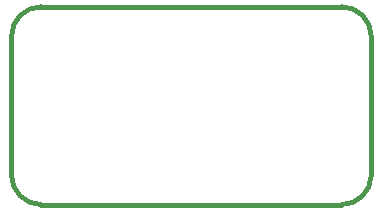
<source format=gko>
%FSLAX33Y33*%
%MOMM*%
%ADD10C,0.381*%
D10*
%LNpath-0*%
G01*
X2540Y0D02*
X27940Y0D01*
G75*
G03*
X30480Y2540I0J2540*
G01*
X30480Y14224*
G75*
G03*
X27940Y16764I-2540J0*
G01*
X2540Y16764*
G75*
G03*
X0Y14224I0J-2540*
G01*
X0Y2540*
G75*
G03*
X2540Y0I2540J0*
G01*
X2540Y0*
%LNmechanical details_traces*%
M02*
</source>
